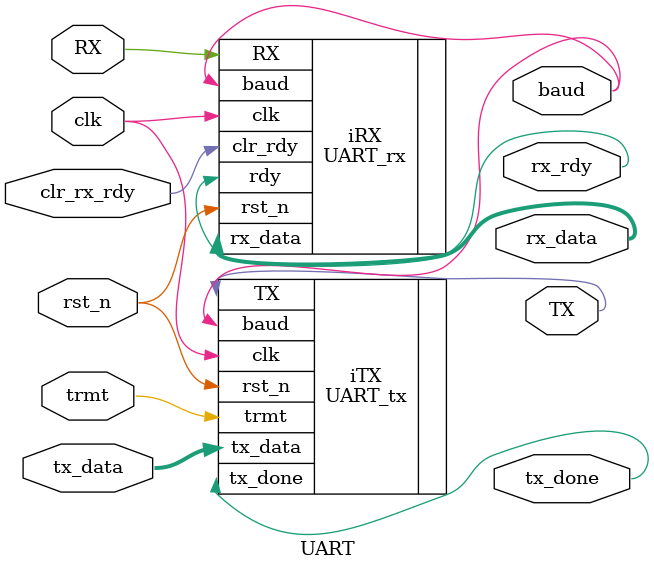
<source format=sv>
module UART(clk,rst_n,RX,TX,rx_rdy,clr_rx_rdy,rx_data,trmt,tx_data,tx_done, baud);

input clk,rst_n;		// clock and active low reset
input RX,trmt;		// strt_tx tells TX section to transmit tx_data
input clr_rx_rdy;		// rx_rdy can be cleared by this or new start bit
input [7:0] tx_data;		// byte to transmit
output TX,rx_rdy,tx_done;	// rx_rdy asserted when byte received,
							// tx_done asserted when tranmission complete
output [7:0] rx_data;		// byte received

output baud;

//////////////////////////////
// Instantiate Transmitter //
////////////////////////////
UART_tx iTX(.clk(clk), .rst_n(rst_n), .TX(TX), .trmt(trmt),
        .tx_data(tx_data), .tx_done(tx_done), .baud(baud));
		

///////////////////////////
// Instantiate Receiver //
/////////////////////////
UART_rx iRX(.clk(clk), .rst_n(rst_n), .RX(RX), .rdy(rx_rdy),
            .clr_rdy(clr_rx_rdy), .rx_data(rx_data), .baud(baud));

endmodule

</source>
